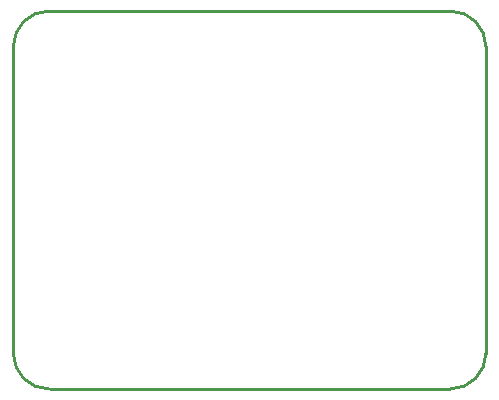
<source format=gm1>
G04*
G04 #@! TF.GenerationSoftware,Altium Limited,Altium Designer,23.11.1 (41)*
G04*
G04 Layer_Color=16711935*
%FSLAX44Y44*%
%MOMM*%
G71*
G04*
G04 #@! TF.SameCoordinates,E756FA19-21DF-4648-B389-9DDB0D33ADA7*
G04*
G04*
G04 #@! TF.FilePolarity,Positive*
G04*
G01*
G75*
%ADD12C,0.2540*%
D12*
X820000Y1130000D02*
G03*
X790000Y1100000I0J-30000D01*
G01*
X1160000Y810000D02*
G03*
X1190000Y840000I0J30000D01*
G01*
X790000D02*
G03*
X820000Y810000I30000J0D01*
G01*
X1190000Y1100000D02*
G03*
X1160000Y1130000I-30000J0D01*
G01*
X820000D02*
X1160000D01*
X790000Y840680D02*
Y1100000D01*
X1190000Y840000D02*
Y1100000D01*
X820680Y810000D02*
X1160000D01*
M02*

</source>
